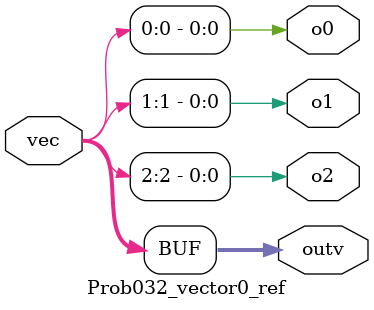
<source format=sv>

module Prob032_vector0_ref (
  input [2:0] vec,
  output [2:0] outv,
  output o2,
  output o1,
  output o0
);

  assign outv = vec;
  assign {o2, o1, o0} = vec;

endmodule


</source>
